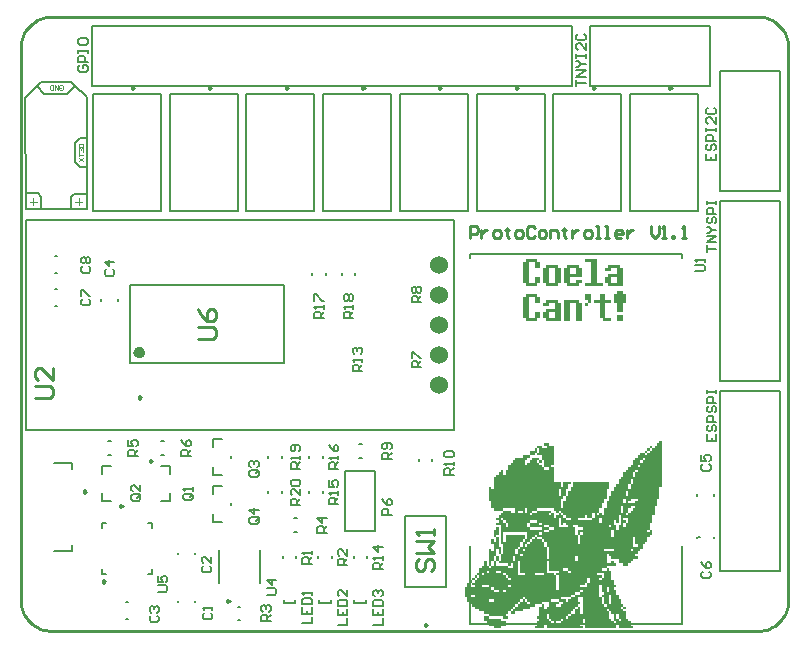
<source format=gto>
G04*
G04 #@! TF.GenerationSoftware,Altium Limited,Altium Designer,21.3.2 (30)*
G04*
G04 Layer_Color=65535*
%FSLAX25Y25*%
%MOIN*%
G70*
G04*
G04 #@! TF.SameCoordinates,4FB7CEAD-E32D-458C-9978-29DB153300B6*
G04*
G04*
G04 #@! TF.FilePolarity,Positive*
G04*
G01*
G75*
%ADD10C,0.00984*%
%ADD11C,0.00787*%
%ADD12C,0.00394*%
%ADD13C,0.01968*%
%ADD14C,0.06024*%
%ADD15C,0.00500*%
%ADD16C,0.00472*%
%ADD17C,0.00591*%
%ADD18C,0.01000*%
%ADD19C,0.00394*%
G36*
X213669Y62584D02*
Y61784D01*
Y60984D01*
Y60184D01*
Y59384D01*
Y58584D01*
Y57784D01*
Y56984D01*
Y56184D01*
Y55384D01*
Y54584D01*
Y53784D01*
Y52984D01*
Y52184D01*
Y51384D01*
Y50584D01*
Y49784D01*
Y48984D01*
Y48184D01*
X212869D01*
Y47384D01*
Y46584D01*
Y45784D01*
Y44984D01*
Y44184D01*
X212069D01*
Y43384D01*
Y42584D01*
Y41784D01*
X211269D01*
Y40984D01*
Y40184D01*
Y39384D01*
Y38584D01*
X210469D01*
Y37784D01*
Y36984D01*
Y36184D01*
X209669D01*
Y35384D01*
Y34584D01*
Y33784D01*
X210469D01*
Y32984D01*
Y32184D01*
X209669D01*
Y31384D01*
X208869D01*
Y30584D01*
Y29784D01*
X208069D01*
Y28984D01*
X207269D01*
Y28184D01*
Y27384D01*
X206469D01*
Y26584D01*
X205669D01*
Y25784D01*
X204869D01*
Y24984D01*
X205669D01*
Y24184D01*
X204069D01*
Y23384D01*
X203269D01*
Y22584D01*
X202469D01*
Y21784D01*
X200869D01*
Y22584D01*
X199269D01*
Y23384D01*
Y24184D01*
X196869D01*
Y24984D01*
X196069D01*
Y25784D01*
X195269D01*
Y24984D01*
Y24184D01*
Y23384D01*
Y22584D01*
X196869D01*
Y23384D01*
X197669D01*
Y22584D01*
X198469D01*
Y21784D01*
X195269D01*
Y20984D01*
X196069D01*
Y20184D01*
X196869D01*
Y19384D01*
Y18584D01*
Y17784D01*
Y16984D01*
X197669D01*
Y16184D01*
Y15384D01*
X198469D01*
Y14584D01*
X197669D01*
Y13784D01*
X198469D01*
Y12984D01*
Y12184D01*
X199269D01*
Y11384D01*
Y10584D01*
X200069D01*
Y9784D01*
Y8984D01*
X200869D01*
Y8184D01*
X201669D01*
Y7384D01*
X200869D01*
Y8184D01*
X200069D01*
Y7384D01*
X200869D01*
Y6584D01*
X201669D01*
Y5784D01*
Y4984D01*
Y4184D01*
X202469D01*
Y3384D01*
X203269D01*
Y2584D01*
Y1784D01*
X204069D01*
Y984D01*
X199269D01*
Y1784D01*
Y2584D01*
X198469D01*
Y3384D01*
X197669D01*
Y4184D01*
Y4984D01*
Y5784D01*
X196869D01*
Y6584D01*
X196069D01*
Y7384D01*
X195269D01*
Y6584D01*
X196069D01*
Y5784D01*
Y4984D01*
Y4184D01*
X196869D01*
Y3384D01*
X197669D01*
Y2584D01*
X198469D01*
Y1784D01*
Y984D01*
X188069D01*
Y1784D01*
Y2584D01*
Y3384D01*
Y4184D01*
X187269D01*
Y3384D01*
Y2584D01*
X186469D01*
Y1784D01*
X187269D01*
Y984D01*
X175269D01*
Y1784D01*
Y2584D01*
X174469D01*
Y1784D01*
Y984D01*
X171269D01*
Y1784D01*
X172069D01*
Y2584D01*
Y3384D01*
X172869D01*
Y4184D01*
X172069D01*
Y4984D01*
X172869D01*
Y5784D01*
Y6584D01*
Y7384D01*
Y8184D01*
X173669D01*
Y8984D01*
X171269D01*
Y8184D01*
X169669D01*
Y7384D01*
X167269D01*
Y6584D01*
X164869D01*
Y5784D01*
X163269D01*
Y6584D01*
X162469D01*
Y5784D01*
X161669D01*
Y4984D01*
X162469D01*
Y4184D01*
X160869D01*
Y4984D01*
X156069D01*
Y5784D01*
X154469D01*
Y6584D01*
X152869D01*
Y7384D01*
X151269D01*
Y8184D01*
X150469D01*
Y8984D01*
X149669D01*
Y9784D01*
X148869D01*
Y10584D01*
Y11384D01*
X148069D01*
Y12184D01*
Y12984D01*
Y13784D01*
Y14584D01*
X148869D01*
Y15384D01*
Y16184D01*
X149669D01*
Y15384D01*
Y14584D01*
X151269D01*
Y15384D01*
X150469D01*
Y16184D01*
X149669D01*
Y16984D01*
X150469D01*
Y16184D01*
X151269D01*
Y16984D01*
X150469D01*
Y17784D01*
X151269D01*
Y16984D01*
X152069D01*
Y17784D01*
X151269D01*
Y18584D01*
X152069D01*
Y17784D01*
X152869D01*
Y18584D01*
X152069D01*
Y19384D01*
X152869D01*
Y20184D01*
Y20984D01*
X153669D01*
Y21784D01*
X154469D01*
Y22584D01*
Y23384D01*
X155269D01*
Y22584D01*
Y21784D01*
X156069D01*
Y20984D01*
X156869D01*
Y21784D01*
X156069D01*
Y22584D01*
Y23384D01*
Y24184D01*
Y24984D01*
Y25784D01*
Y26584D01*
Y27384D01*
X156869D01*
Y26584D01*
X157669D01*
Y27384D01*
Y28184D01*
Y28984D01*
X156869D01*
Y29784D01*
Y30584D01*
X157669D01*
Y29784D01*
X158469D01*
Y30584D01*
Y31384D01*
X157669D01*
Y32184D01*
Y32984D01*
Y33784D01*
X158469D01*
Y34584D01*
X159269D01*
Y33784D01*
Y32984D01*
Y32184D01*
X158469D01*
Y31384D01*
X159269D01*
Y30584D01*
Y29784D01*
Y28984D01*
Y28184D01*
X160069D01*
Y27384D01*
Y26584D01*
Y25784D01*
X160869D01*
Y26584D01*
Y27384D01*
Y28184D01*
Y28984D01*
X160069D01*
Y29784D01*
Y30584D01*
Y31384D01*
Y32184D01*
Y32984D01*
Y33784D01*
Y34584D01*
Y35384D01*
X158469D01*
Y36184D01*
X159269D01*
Y36984D01*
X158469D01*
Y37784D01*
X159269D01*
Y38584D01*
X160069D01*
Y39384D01*
X160869D01*
Y40184D01*
X157669D01*
Y40984D01*
X156869D01*
Y41784D01*
Y42584D01*
Y43384D01*
X156069D01*
Y44184D01*
Y44984D01*
Y45784D01*
Y46584D01*
Y47384D01*
Y48184D01*
X156869D01*
Y47384D01*
X157669D01*
Y48184D01*
Y48984D01*
Y49784D01*
Y50584D01*
Y51384D01*
X158469D01*
Y52184D01*
X159269D01*
Y52984D01*
X160069D01*
Y53784D01*
X160869D01*
Y52984D01*
Y52184D01*
X161669D01*
Y52984D01*
Y53784D01*
X162469D01*
Y54584D01*
Y55384D01*
X163269D01*
Y56184D01*
X164069D01*
Y56984D01*
X164869D01*
Y57784D01*
X167269D01*
Y58584D01*
X169669D01*
Y57784D01*
X168869D01*
Y56984D01*
X168069D01*
Y56184D01*
Y55384D01*
X168869D01*
Y56184D01*
X169669D01*
Y56984D01*
X170469D01*
Y57784D01*
X172869D01*
Y56984D01*
X173669D01*
Y56184D01*
X172869D01*
Y56984D01*
X172069D01*
Y56184D01*
X172869D01*
Y55384D01*
X173669D01*
Y54584D01*
X174469D01*
Y53784D01*
X176069D01*
Y54584D01*
X174469D01*
Y55384D01*
Y56184D01*
Y56984D01*
X173669D01*
Y57784D01*
Y58584D01*
X172069D01*
Y59384D01*
X171269D01*
Y58584D01*
X169669D01*
Y59384D01*
Y60184D01*
X171269D01*
Y60984D01*
X172069D01*
Y60184D01*
Y59384D01*
X172869D01*
Y60184D01*
Y60984D01*
X172069D01*
Y61784D01*
X173669D01*
Y60984D01*
X175269D01*
Y61784D01*
X174469D01*
Y62584D01*
X176069D01*
Y61784D01*
X177669D01*
Y60984D01*
Y60184D01*
Y59384D01*
Y58584D01*
Y57784D01*
Y56984D01*
Y56184D01*
Y55384D01*
X176869D01*
Y54584D01*
X177669D01*
Y53784D01*
Y52984D01*
Y52184D01*
Y51384D01*
Y50584D01*
Y49784D01*
X180069D01*
Y48984D01*
Y48184D01*
X180869D01*
Y48984D01*
Y49784D01*
X183269D01*
Y48984D01*
X182469D01*
Y48184D01*
Y47384D01*
X181669D01*
Y46584D01*
Y45784D01*
Y44984D01*
X182469D01*
Y45784D01*
Y46584D01*
X183269D01*
Y47384D01*
Y48184D01*
X184069D01*
Y48984D01*
Y49784D01*
X196069D01*
Y48984D01*
Y48184D01*
Y47384D01*
X195269D01*
Y46584D01*
Y45784D01*
Y44984D01*
Y44184D01*
X194469D01*
Y43384D01*
Y42584D01*
X193669D01*
Y41784D01*
Y40984D01*
X192869D01*
Y40184D01*
Y39384D01*
X193669D01*
Y38584D01*
X194469D01*
Y39384D01*
Y40184D01*
Y40984D01*
X195269D01*
Y41784D01*
Y42584D01*
Y43384D01*
X196069D01*
Y44184D01*
Y44984D01*
X196869D01*
Y45784D01*
Y46584D01*
X197669D01*
Y47384D01*
Y48184D01*
X198469D01*
Y48984D01*
X199269D01*
Y49784D01*
Y50584D01*
X200069D01*
Y51384D01*
X200869D01*
Y52184D01*
Y52984D01*
X201669D01*
Y53784D01*
X202469D01*
Y54584D01*
X203269D01*
Y55384D01*
X204069D01*
Y56184D01*
Y56984D01*
X204869D01*
Y57784D01*
X205669D01*
Y58584D01*
X206469D01*
Y59384D01*
X208069D01*
Y58584D01*
X208869D01*
Y59384D01*
X208069D01*
Y60184D01*
X208869D01*
Y59384D01*
X209669D01*
Y60184D01*
X208869D01*
Y60984D01*
X209669D01*
Y60184D01*
X210469D01*
Y60984D01*
X209669D01*
Y61784D01*
X210469D01*
Y60984D01*
X211269D01*
Y61784D01*
X212069D01*
Y62584D01*
X212869D01*
Y63384D01*
X213669D01*
Y62584D01*
D02*
G37*
G36*
X156069Y4184D02*
X160069D01*
Y3384D01*
X161669D01*
Y2584D01*
Y1784D01*
X160069D01*
Y984D01*
X157669D01*
Y1784D01*
X156069D01*
Y2584D01*
X155269D01*
Y3384D01*
X154469D01*
Y4184D01*
Y4984D01*
X156069D01*
Y4184D01*
D02*
G37*
G36*
X172236Y123031D02*
X173228D01*
Y121062D01*
X171259D01*
Y123031D01*
X169291D01*
Y116149D01*
X171259D01*
Y118117D01*
X173228D01*
Y116149D01*
X172236D01*
Y115157D01*
X168300D01*
Y116149D01*
X167323D01*
Y123031D01*
X168300D01*
Y124022D01*
X172236D01*
Y123031D01*
D02*
G37*
G36*
X199822Y121062D02*
X200813D01*
Y115157D01*
X195885Y115157D01*
Y116149D01*
X194908D01*
Y118117D01*
X195885D01*
Y119109D01*
X198845Y119109D01*
Y121062D01*
X196877D01*
Y120071D01*
X194908Y120071D01*
Y121062D01*
X195885D01*
Y122054D01*
X199822Y122054D01*
Y121062D01*
D02*
G37*
G36*
X191948Y116149D02*
X193917D01*
Y115157D01*
X188012D01*
Y116149D01*
X189980D01*
Y123031D01*
X188012D01*
Y124022D01*
X191948D01*
Y116149D01*
D02*
G37*
G36*
X186029Y121062D02*
X187020D01*
Y118103D01*
X183084D01*
Y116149D01*
X185052D01*
Y117140D01*
X187020D01*
Y116149D01*
X186029D01*
Y115157D01*
X182092D01*
Y116149D01*
X181115D01*
Y121062D01*
X182092D01*
Y122054D01*
X186029D01*
Y121062D01*
D02*
G37*
G36*
X179133D02*
X180124D01*
Y116149D01*
X179133D01*
Y115157D01*
X175196D01*
Y116149D01*
X174219D01*
Y121062D01*
X175196D01*
Y122054D01*
X179133D01*
Y121062D01*
D02*
G37*
G36*
X189995Y109251D02*
X189003D01*
Y110243D01*
X188012D01*
Y112211D01*
X189995D01*
Y109251D01*
D02*
G37*
G36*
X172236Y111220D02*
X173228D01*
Y109251D01*
X171259D01*
Y111220D01*
X169291D01*
Y104338D01*
X171259D01*
Y106306D01*
X173228D01*
Y104338D01*
X172236D01*
Y103347D01*
X168300D01*
Y104338D01*
X167323D01*
Y111220D01*
X168300D01*
Y112211D01*
X172236D01*
Y111220D01*
D02*
G37*
G36*
X189003Y108260D02*
X188012D01*
Y109251D01*
X188989D01*
X189003Y108260D01*
D02*
G37*
G36*
X200828Y112211D02*
X201804D01*
Y109251D01*
X200828D01*
Y106292D01*
X198859D01*
Y109251D01*
X197868D01*
Y112211D01*
X198859D01*
Y113188D01*
X200828D01*
Y112211D01*
D02*
G37*
G36*
Y103347D02*
X198859D01*
Y105315D01*
X200828D01*
Y103347D01*
D02*
G37*
G36*
X194908Y110243D02*
X196877Y110243D01*
Y109251D01*
X194908Y109251D01*
Y104338D01*
X196877Y104338D01*
Y103347D01*
X193917Y103347D01*
Y104338D01*
X192940D01*
Y109251D01*
X190972D01*
Y110243D01*
X192940D01*
Y112211D01*
X194908D01*
Y110243D01*
D02*
G37*
G36*
X186029Y109251D02*
X187020D01*
Y103347D01*
X185052D01*
Y109251D01*
X183084D01*
Y103347D01*
X181115D01*
Y110243D01*
X186029D01*
Y109251D01*
D02*
G37*
G36*
X179133D02*
X180124D01*
Y103347D01*
X175196D01*
Y104338D01*
X174219D01*
Y106306D01*
X175196D01*
Y107298D01*
X178156D01*
Y109251D01*
X176188D01*
Y108260D01*
X174219D01*
Y109251D01*
X175196D01*
Y110243D01*
X179133D01*
Y109251D01*
D02*
G37*
%LPC*%
G36*
X208069Y57784D02*
X207269D01*
Y56984D01*
X208069D01*
Y57784D01*
D02*
G37*
G36*
X207269Y56984D02*
X206469D01*
Y56184D01*
X207269D01*
Y56984D01*
D02*
G37*
G36*
X206469Y55384D02*
X205669D01*
Y54584D01*
X206469D01*
Y55384D01*
D02*
G37*
G36*
X205669Y53784D02*
X204869D01*
Y52984D01*
X205669D01*
Y53784D01*
D02*
G37*
G36*
X204869Y52984D02*
X204069D01*
Y52184D01*
Y51384D01*
X204869D01*
Y52184D01*
Y52984D01*
D02*
G37*
G36*
X204069Y50584D02*
X203269D01*
Y49784D01*
Y48984D01*
X204069D01*
Y49784D01*
Y50584D01*
D02*
G37*
G36*
X203269Y48984D02*
X202469D01*
Y48184D01*
Y47384D01*
X203269D01*
Y48184D01*
Y48984D01*
D02*
G37*
G36*
X202469Y46584D02*
X201669D01*
Y45784D01*
Y44984D01*
X202469D01*
Y45784D01*
Y46584D01*
D02*
G37*
G36*
X180069Y47384D02*
X179269D01*
Y46584D01*
Y45784D01*
Y44984D01*
X180069D01*
Y45784D01*
Y46584D01*
Y47384D01*
D02*
G37*
G36*
X205669Y44184D02*
X203269D01*
Y43384D01*
X202469D01*
Y42584D01*
X204869D01*
Y43384D01*
X205669D01*
Y44184D01*
D02*
G37*
G36*
X201669D02*
X200869D01*
Y43384D01*
Y42584D01*
X201669D01*
Y43384D01*
Y44184D01*
D02*
G37*
G36*
X181669Y44984D02*
X180869D01*
Y44184D01*
X180069D01*
Y43384D01*
Y42584D01*
Y41784D01*
Y40984D01*
X180869D01*
Y41784D01*
Y42584D01*
Y43384D01*
X181669D01*
Y44184D01*
Y44984D01*
D02*
G37*
G36*
X204869Y41784D02*
X203269D01*
Y40984D01*
X202469D01*
Y40184D01*
Y39384D01*
X203269D01*
Y40184D01*
X204069D01*
Y40984D01*
X204869D01*
Y41784D01*
D02*
G37*
G36*
X200869D02*
X200069D01*
Y40984D01*
Y40184D01*
Y39384D01*
X200869D01*
Y40184D01*
Y40984D01*
Y41784D01*
D02*
G37*
G36*
X172069Y40184D02*
X170469D01*
Y39384D01*
X172069D01*
Y40184D01*
D02*
G37*
G36*
X168869Y40984D02*
X168069D01*
Y40184D01*
Y39384D01*
X168869D01*
Y40184D01*
Y40984D01*
D02*
G37*
G36*
X167269Y40184D02*
X165669D01*
Y39384D01*
X167269D01*
Y40184D01*
D02*
G37*
G36*
X164869Y40984D02*
X160869D01*
Y40184D01*
X163269D01*
Y39384D01*
X164869D01*
Y40184D01*
Y40984D01*
D02*
G37*
G36*
X202469Y39384D02*
X201669D01*
Y38584D01*
X202469D01*
Y39384D01*
D02*
G37*
G36*
X192869D02*
X192069D01*
Y38584D01*
X192869D01*
Y39384D01*
D02*
G37*
G36*
X176869D02*
X176069D01*
Y38584D01*
X176869D01*
Y39384D01*
D02*
G37*
G36*
X170469D02*
X169669D01*
Y38584D01*
X170469D01*
Y39384D01*
D02*
G37*
G36*
X191269D02*
X190469D01*
Y38584D01*
Y37784D01*
X191269D01*
Y38584D01*
Y39384D01*
D02*
G37*
G36*
X177669Y40984D02*
X172069D01*
Y40184D01*
X176869D01*
Y39384D01*
X177669D01*
Y38584D01*
Y37784D01*
X178469D01*
Y38584D01*
X179269D01*
Y39384D01*
X178469D01*
Y40184D01*
X177669D01*
Y40984D01*
D02*
G37*
G36*
X188869Y38584D02*
X188069D01*
Y37784D01*
X185669D01*
Y36984D01*
X190469D01*
Y37784D01*
X188869D01*
Y38584D01*
D02*
G37*
G36*
X180069Y40184D02*
X179269D01*
Y39384D01*
X180069D01*
Y38584D01*
X180869D01*
Y37784D01*
X181669D01*
Y36984D01*
X183269D01*
Y37784D01*
X181669D01*
Y38584D01*
X180869D01*
Y39384D01*
X180069D01*
Y40184D01*
D02*
G37*
G36*
X202469Y37784D02*
X200869D01*
Y36984D01*
X201669D01*
Y36184D01*
X202469D01*
Y36984D01*
Y37784D01*
D02*
G37*
G36*
X200069Y38584D02*
X199269D01*
Y37784D01*
Y36984D01*
Y36184D01*
X198469D01*
Y36984D01*
X197669D01*
Y36184D01*
Y35384D01*
X198469D01*
Y34584D01*
Y33784D01*
X199269D01*
Y34584D01*
Y35384D01*
X200069D01*
Y36184D01*
Y36984D01*
Y37784D01*
Y38584D01*
D02*
G37*
G36*
X193669Y37784D02*
X192869D01*
Y36984D01*
Y36184D01*
X193669D01*
Y36984D01*
Y37784D01*
D02*
G37*
G36*
X172069Y36984D02*
X169669D01*
Y36184D01*
X172069D01*
Y36984D01*
D02*
G37*
G36*
X173669Y36184D02*
X172869D01*
Y35384D01*
X173669D01*
Y36184D01*
D02*
G37*
G36*
X201669D02*
X200869D01*
Y35384D01*
Y34584D01*
X201669D01*
Y35384D01*
Y36184D01*
D02*
G37*
G36*
X196869Y35384D02*
X196069D01*
Y34584D01*
X196869D01*
Y35384D01*
D02*
G37*
G36*
X180069Y37784D02*
X179269D01*
Y36984D01*
Y36184D01*
Y35384D01*
Y34584D01*
X182469D01*
Y35384D01*
X181669D01*
Y36184D01*
X180869D01*
Y35384D01*
X180069D01*
Y36184D01*
Y36984D01*
Y37784D01*
D02*
G37*
G36*
X160869D02*
X160069D01*
Y36984D01*
X160869D01*
Y36184D01*
X161669D01*
Y35384D01*
Y34584D01*
X162469D01*
Y35384D01*
Y36184D01*
X161669D01*
Y36984D01*
X160869D01*
Y37784D01*
D02*
G37*
G36*
X176069Y35384D02*
X174469D01*
Y34584D01*
X176069D01*
Y33784D01*
X177669D01*
Y34584D01*
X176069D01*
Y35384D01*
D02*
G37*
G36*
X169669Y36184D02*
X168869D01*
Y35384D01*
Y34584D01*
X169669D01*
Y33784D01*
X173669D01*
Y34584D01*
X169669D01*
Y35384D01*
Y36184D01*
D02*
G37*
G36*
X209669Y33784D02*
X208869D01*
Y32984D01*
X209669D01*
Y33784D01*
D02*
G37*
G36*
X176069D02*
X174469D01*
Y32984D01*
X176069D01*
Y33784D01*
D02*
G37*
G36*
X187269Y32984D02*
X186469D01*
Y32184D01*
X187269D01*
Y32984D01*
D02*
G37*
G36*
X173669D02*
X172869D01*
Y32184D01*
X173669D01*
Y32984D01*
D02*
G37*
G36*
X197669Y33784D02*
X196869D01*
Y32984D01*
Y32184D01*
Y31384D01*
X197669D01*
Y32184D01*
Y32984D01*
Y33784D01*
D02*
G37*
G36*
X171269Y31384D02*
X170469D01*
Y30584D01*
X171269D01*
Y31384D01*
D02*
G37*
G36*
X168869Y32984D02*
X160869D01*
Y32184D01*
Y31384D01*
Y30584D01*
Y29784D01*
X161669D01*
Y30584D01*
Y31384D01*
Y32184D01*
X168069D01*
Y31384D01*
Y30584D01*
X168869D01*
Y31384D01*
Y32184D01*
Y32984D01*
D02*
G37*
G36*
X170469Y30584D02*
X169669D01*
Y29784D01*
X170469D01*
Y30584D01*
D02*
G37*
G36*
X168069D02*
X167269D01*
Y29784D01*
X168069D01*
Y30584D01*
D02*
G37*
G36*
X185669Y35384D02*
X184069D01*
Y34584D01*
X184869D01*
Y33784D01*
Y32984D01*
Y32184D01*
X185669D01*
Y31384D01*
Y30584D01*
Y29784D01*
Y28984D01*
X186469D01*
Y29784D01*
Y30584D01*
Y31384D01*
Y32184D01*
X185669D01*
Y32984D01*
Y33784D01*
X187269D01*
Y34584D01*
X185669D01*
Y35384D01*
D02*
G37*
G36*
X169669Y29784D02*
X168869D01*
Y28984D01*
X169669D01*
Y29784D01*
D02*
G37*
G36*
X204869Y31384D02*
X204069D01*
Y30584D01*
Y29784D01*
Y28984D01*
Y28184D01*
X205669D01*
Y28984D01*
X204869D01*
Y29784D01*
Y30584D01*
Y31384D01*
D02*
G37*
G36*
X168869Y28984D02*
X168069D01*
Y28184D01*
X168869D01*
Y28984D01*
D02*
G37*
G36*
X167269Y29784D02*
X166469D01*
Y28984D01*
Y28184D01*
X167269D01*
Y28984D01*
Y29784D01*
D02*
G37*
G36*
X166469Y28184D02*
X165669D01*
Y27384D01*
X166469D01*
Y28184D01*
D02*
G37*
G36*
X204069Y27384D02*
X203269D01*
Y26584D01*
X204069D01*
Y27384D01*
D02*
G37*
G36*
X197669D02*
X194469D01*
Y26584D01*
X197669D01*
Y27384D01*
D02*
G37*
G36*
X168069D02*
X167269D01*
Y26584D01*
X168069D01*
Y27384D01*
D02*
G37*
G36*
X165669D02*
X164869D01*
Y26584D01*
Y25784D01*
X165669D01*
Y26584D01*
Y27384D01*
D02*
G37*
G36*
X167269Y25784D02*
X166469D01*
Y24984D01*
X167269D01*
Y25784D01*
D02*
G37*
G36*
X172069Y32184D02*
X171269D01*
Y31384D01*
X172069D01*
Y30584D01*
X173669D01*
Y29784D01*
X174469D01*
Y28984D01*
Y28184D01*
X175269D01*
Y27384D01*
Y26584D01*
Y25784D01*
Y24984D01*
Y24184D01*
X176069D01*
Y24984D01*
Y25784D01*
Y26584D01*
Y27384D01*
Y28184D01*
X175269D01*
Y28984D01*
Y29784D01*
X174469D01*
Y30584D01*
X173669D01*
Y31384D01*
X172069D01*
Y32184D01*
D02*
G37*
G36*
X185669Y24984D02*
X184869D01*
Y24184D01*
Y23384D01*
X185669D01*
Y24184D01*
Y24984D01*
D02*
G37*
G36*
X164869D02*
X164069D01*
Y24184D01*
Y23384D01*
X164869D01*
Y24184D01*
Y24984D01*
D02*
G37*
G36*
X159269Y27384D02*
X158469D01*
Y26584D01*
Y25784D01*
Y24984D01*
X159269D01*
Y24184D01*
Y23384D01*
X160069D01*
Y24184D01*
Y24984D01*
Y25784D01*
X159269D01*
Y26584D01*
Y27384D01*
D02*
G37*
G36*
X157669Y23384D02*
X156869D01*
Y22584D01*
Y21784D01*
X157669D01*
Y22584D01*
Y23384D01*
D02*
G37*
G36*
X158469Y24984D02*
X157669D01*
Y24184D01*
Y23384D01*
X158469D01*
Y22584D01*
Y21784D01*
X162469D01*
Y20984D01*
X164069D01*
Y21784D01*
Y22584D01*
X163269D01*
Y21784D01*
X162469D01*
Y22584D01*
X159269D01*
Y23384D01*
X158469D01*
Y24184D01*
Y24984D01*
D02*
G37*
G36*
X195269Y20984D02*
X193669D01*
Y20184D01*
X195269D01*
Y20984D01*
D02*
G37*
G36*
X182469D02*
X180869D01*
Y20184D01*
X182469D01*
Y19384D01*
X183269D01*
Y20184D01*
X182469D01*
Y20984D01*
D02*
G37*
G36*
X160069Y20184D02*
X158469D01*
Y19384D01*
X160069D01*
Y20184D01*
D02*
G37*
G36*
X156069D02*
X155269D01*
Y19384D01*
X156069D01*
Y20184D01*
D02*
G37*
G36*
X174469Y19384D02*
X171269D01*
Y18584D01*
X174469D01*
Y19384D01*
D02*
G37*
G36*
X166469Y23384D02*
X165669D01*
Y22584D01*
Y21784D01*
Y20984D01*
Y20184D01*
Y19384D01*
Y18584D01*
X168069D01*
Y19384D01*
X166469D01*
Y20184D01*
Y20984D01*
Y21784D01*
Y22584D01*
Y23384D01*
D02*
G37*
G36*
X154469Y19384D02*
X153669D01*
Y18584D01*
X154469D01*
Y19384D01*
D02*
G37*
G36*
X194469D02*
X192069D01*
Y18584D01*
X193669D01*
Y17784D01*
X194469D01*
Y18584D01*
Y19384D01*
D02*
G37*
G36*
X193669Y17784D02*
X192869D01*
Y16984D01*
X193669D01*
Y17784D01*
D02*
G37*
G36*
X161669Y19384D02*
X160869D01*
Y18584D01*
X161669D01*
Y17784D01*
X162469D01*
Y16984D01*
X163269D01*
Y17784D01*
X162469D01*
Y18584D01*
X161669D01*
Y19384D01*
D02*
G37*
G36*
X189669Y17784D02*
X188869D01*
Y16984D01*
Y16184D01*
X189669D01*
Y16984D01*
Y17784D01*
D02*
G37*
G36*
X188869Y16184D02*
X188069D01*
Y15384D01*
X186469D01*
Y14584D01*
X188869D01*
Y15384D01*
Y16184D01*
D02*
G37*
G36*
X163269Y15384D02*
X162469D01*
Y14584D01*
X163269D01*
Y15384D01*
D02*
G37*
G36*
X156069D02*
X153669D01*
Y14584D01*
X156069D01*
Y15384D01*
D02*
G37*
G36*
X176069Y23384D02*
X175269D01*
Y22584D01*
Y21784D01*
Y20984D01*
Y20184D01*
Y19384D01*
X177669D01*
Y18584D01*
X178469D01*
Y17784D01*
Y16984D01*
Y16184D01*
Y15384D01*
Y14584D01*
Y13784D01*
X179269D01*
Y14584D01*
Y15384D01*
Y16184D01*
Y16984D01*
Y17784D01*
Y18584D01*
X178469D01*
Y19384D01*
X179269D01*
Y20184D01*
X176069D01*
Y20984D01*
Y21784D01*
Y22584D01*
Y23384D01*
D02*
G37*
G36*
X196069Y14584D02*
X195269D01*
Y13784D01*
Y12984D01*
X196069D01*
Y13784D01*
Y14584D01*
D02*
G37*
G36*
X187269Y13784D02*
X186469D01*
Y12984D01*
X187269D01*
Y13784D01*
D02*
G37*
G36*
X161669D02*
X160869D01*
Y12984D01*
X161669D01*
Y13784D01*
D02*
G37*
G36*
X157669Y14584D02*
X156869D01*
Y13784D01*
X157669D01*
Y12984D01*
X159269D01*
Y13784D01*
X157669D01*
Y14584D01*
D02*
G37*
G36*
X186469Y12984D02*
X184869D01*
Y12184D01*
X186469D01*
Y12984D01*
D02*
G37*
G36*
X184869Y12184D02*
X183269D01*
Y11384D01*
X184869D01*
Y12184D01*
D02*
G37*
G36*
X151269D02*
X149669D01*
Y11384D01*
X151269D01*
Y12184D01*
D02*
G37*
G36*
X183269Y11384D02*
X180069D01*
Y10584D01*
X181669D01*
Y9784D01*
X182469D01*
Y10584D01*
X183269D01*
Y11384D01*
D02*
G37*
G36*
X167269Y10584D02*
X166469D01*
Y9784D01*
X167269D01*
Y10584D01*
D02*
G37*
G36*
X157669D02*
X156069D01*
Y9784D01*
X157669D01*
Y10584D01*
D02*
G37*
G36*
X196869Y12184D02*
X196069D01*
Y11384D01*
Y10584D01*
Y9784D01*
Y8984D01*
X196869D01*
Y9784D01*
Y10584D01*
Y11384D01*
Y12184D01*
D02*
G37*
G36*
X168069Y11384D02*
X167269D01*
Y10584D01*
X168069D01*
Y9784D01*
X168869D01*
Y8984D01*
X169669D01*
Y9784D01*
X168869D01*
Y10584D01*
X168069D01*
Y11384D01*
D02*
G37*
G36*
X166469Y9784D02*
X165669D01*
Y8984D01*
X166469D01*
Y9784D01*
D02*
G37*
G36*
X193669Y15384D02*
X192869D01*
Y14584D01*
Y13784D01*
Y12984D01*
Y12184D01*
Y11384D01*
X193669D01*
Y10584D01*
Y9784D01*
Y8984D01*
X194469D01*
Y8184D01*
X195269D01*
Y8984D01*
X194469D01*
Y9784D01*
Y10584D01*
Y11384D01*
X193669D01*
Y12184D01*
X194469D01*
Y12984D01*
X193669D01*
Y13784D01*
Y14584D01*
Y15384D01*
D02*
G37*
G36*
X179269Y10584D02*
X176869D01*
Y9784D01*
X179269D01*
Y8984D01*
X178469D01*
Y8184D01*
X180069D01*
Y8984D01*
X180869D01*
Y9784D01*
X179269D01*
Y10584D01*
D02*
G37*
G36*
X165669Y8984D02*
X164869D01*
Y8184D01*
X165669D01*
Y8984D01*
D02*
G37*
G36*
X185669Y8184D02*
X184869D01*
Y7384D01*
X185669D01*
Y8184D01*
D02*
G37*
G36*
X176069Y9784D02*
X173669D01*
Y8984D01*
X174469D01*
Y8184D01*
Y7384D01*
X175269D01*
Y8184D01*
X176069D01*
Y8984D01*
Y9784D01*
D02*
G37*
G36*
X164869Y8184D02*
X164069D01*
Y7384D01*
X164869D01*
Y8184D01*
D02*
G37*
G36*
X164069Y7384D02*
X163269D01*
Y6584D01*
X164069D01*
Y7384D01*
D02*
G37*
G36*
X187269Y11384D02*
X185669D01*
Y10584D01*
Y9784D01*
X186469D01*
Y8984D01*
X185669D01*
Y8184D01*
X186469D01*
Y7384D01*
Y6584D01*
Y5784D01*
X187269D01*
Y6584D01*
Y7384D01*
Y8184D01*
Y8984D01*
Y9784D01*
Y10584D01*
Y11384D01*
D02*
G37*
G36*
X184869Y7384D02*
X184069D01*
Y6584D01*
X183269D01*
Y5784D01*
X184869D01*
Y6584D01*
Y7384D01*
D02*
G37*
G36*
X183269Y5784D02*
X182469D01*
Y4984D01*
X183269D01*
Y5784D01*
D02*
G37*
G36*
X182469Y4984D02*
X181669D01*
Y4184D01*
X182469D01*
Y4984D01*
D02*
G37*
G36*
X199269Y5784D02*
X198469D01*
Y4984D01*
Y4184D01*
X199269D01*
Y3384D01*
X200069D01*
Y4184D01*
X199269D01*
Y4984D01*
Y5784D01*
D02*
G37*
G36*
X180869Y4184D02*
X180069D01*
Y3384D01*
X180869D01*
Y4184D01*
D02*
G37*
G36*
X180069Y3384D02*
X178469D01*
Y2584D01*
X180069D01*
Y3384D01*
D02*
G37*
G36*
X176069Y5784D02*
X175269D01*
Y4984D01*
Y4184D01*
X176069D01*
Y3384D01*
X176869D01*
Y2584D01*
X177669D01*
Y3384D01*
X176869D01*
Y4184D01*
X176069D01*
Y4984D01*
Y5784D01*
D02*
G37*
G36*
X198845Y118117D02*
X196877D01*
Y116149D01*
X198845D01*
Y118117D01*
D02*
G37*
G36*
X185052Y121062D02*
X183084D01*
Y119094D01*
X185052D01*
Y121062D01*
D02*
G37*
G36*
X178156D02*
X176188D01*
Y116149D01*
X178156D01*
Y121062D01*
D02*
G37*
G36*
Y106306D02*
X176188D01*
Y104338D01*
X178156D01*
Y106306D01*
D02*
G37*
%LPD*%
D10*
X21752Y46457D02*
X21014Y46883D01*
Y46031D01*
X21752Y46457D01*
X135335Y1988D02*
X134597Y2414D01*
Y1562D01*
X135335Y1988D01*
X216968Y181043D02*
X216230Y181470D01*
Y180617D01*
X216968Y181043D01*
X191378Y181043D02*
X190640Y181469D01*
Y180617D01*
X191378Y181043D01*
X165787D02*
X165049Y181469D01*
Y180617D01*
X165787Y181043D01*
X43799Y56693D02*
X43061Y57119D01*
Y56267D01*
X43799Y56693D01*
X69587Y10023D02*
X68848Y10449D01*
Y9597D01*
X69587Y10023D01*
X33957Y41732D02*
X33219Y42158D01*
Y41306D01*
X33957Y41732D01*
X28051Y16535D02*
X27313Y16962D01*
Y16109D01*
X28051Y16535D01*
X40000Y77854D02*
X39262Y78281D01*
Y77428D01*
X40000Y77854D01*
X37835Y181043D02*
X37096Y181469D01*
Y180617D01*
X37835Y181043D01*
X63425D02*
X62687Y181469D01*
Y180617D01*
X63425Y181043D01*
X89016D02*
X88278Y181469D01*
Y180617D01*
X89016Y181043D01*
X114606D02*
X113868Y181469D01*
Y180617D01*
X114606Y181043D01*
X140197D02*
X139459Y181469D01*
Y180617D01*
X140197Y181043D01*
D11*
X226378Y31339D02*
X225590D01*
X226378D01*
X17126Y26575D02*
Y28740D01*
X11220Y26575D02*
X17126D01*
X11220Y56102D02*
X17126D01*
Y53937D02*
Y56102D01*
X69921Y57776D02*
Y58366D01*
X63937Y64055D02*
X67028D01*
X63937Y52087D02*
Y54626D01*
Y61516D02*
Y64055D01*
Y52087D02*
X67028D01*
X111516Y118701D02*
Y119488D01*
X106988Y118701D02*
Y119488D01*
X127953Y14764D02*
Y38386D01*
Y14764D02*
X141732D01*
X127953Y38386D02*
X141732D01*
Y14764D02*
Y38386D01*
X82382Y57677D02*
Y58465D01*
X86909Y57677D02*
Y58465D01*
X82382Y45866D02*
Y46654D01*
X86909Y45866D02*
Y46654D01*
X11516Y119193D02*
X12106D01*
X11516Y124902D02*
X12106D01*
X11516Y108366D02*
X12106D01*
X11516Y114075D02*
X12106D01*
X225787Y139961D02*
Y178937D01*
X203150Y139961D02*
X225787D01*
X203150D02*
Y178937D01*
X225787D01*
X23898Y201850D02*
X183898D01*
X23898Y181850D02*
X183898D01*
Y201850D01*
X23898Y181850D02*
Y201850D01*
X225492Y44980D02*
Y45571D01*
X231201Y44980D02*
Y45571D01*
X91142Y37697D02*
X91929D01*
X91142Y33169D02*
X91929D01*
X97146Y118701D02*
Y119488D01*
X101673Y118701D02*
Y119488D01*
X112795Y62303D02*
X113583D01*
X112795Y57776D02*
X113583D01*
X108189Y53386D02*
X118189D01*
Y33386D02*
Y53386D01*
X108189Y33386D02*
X118189D01*
X108189D02*
Y53386D01*
X225492Y30906D02*
Y31496D01*
X231201Y30906D02*
Y31496D01*
X96161Y45866D02*
Y46654D01*
X100689Y45866D02*
Y46654D01*
X110925Y24213D02*
Y25000D01*
X115453Y24213D02*
Y25000D01*
X99114Y24213D02*
Y25000D01*
X103642Y24213D02*
Y25000D01*
X87303Y24213D02*
Y25000D01*
X91831Y24213D02*
Y25000D01*
X63937Y36339D02*
X67028D01*
X63937Y45768D02*
Y48307D01*
Y36339D02*
Y38878D01*
Y48307D02*
X67028D01*
X69921Y42028D02*
Y42618D01*
X72441Y8169D02*
X73228D01*
X72441Y3642D02*
X73228D01*
X46850Y58760D02*
X47638D01*
X46850Y63287D02*
X47638D01*
X29134Y58760D02*
X29921D01*
X29134Y63287D02*
X29921D01*
X96161Y57677D02*
Y58465D01*
X100689Y57677D02*
Y58465D01*
X253032Y146575D02*
Y186575D01*
X233032Y146575D02*
Y186575D01*
Y146575D02*
X253032D01*
X233032Y186575D02*
X253032D01*
X189724Y201850D02*
X229724D01*
X189724Y181850D02*
X229724D01*
Y201850D01*
X189724Y181850D02*
Y201850D01*
X5413Y181594D02*
X7874Y179134D01*
X17717Y145669D02*
X21949D01*
X16732Y144685D02*
X17717Y145669D01*
X16732Y140748D02*
Y144685D01*
X6890Y140748D02*
Y144685D01*
X5709Y145866D02*
X6890Y144685D01*
X1772Y145866D02*
X5709D01*
X1654Y140650D02*
X22112D01*
X21924Y177879D02*
X22112Y140650D01*
X16732Y183071D02*
X21924Y177879D01*
X6890Y183071D02*
X16732D01*
X1467Y177649D02*
X6890Y183071D01*
X1467Y177649D02*
X1654Y140650D01*
X18012Y156201D02*
X19685Y154528D01*
X21850D01*
X18012Y156201D02*
Y162697D01*
X19685Y164370D01*
X21850D01*
X7874Y179134D02*
X15502D01*
X17963Y181594D01*
X18209D01*
X19685Y180118D01*
X200197Y139961D02*
Y178937D01*
X177559Y139961D02*
X200197D01*
X177559D02*
Y178937D01*
X200197D01*
X174606Y139961D02*
Y178937D01*
X151969Y139961D02*
X174606D01*
X151969D02*
Y178937D01*
X174606D01*
X49803Y43465D02*
Y46063D01*
X46594Y43465D02*
X49803D01*
Y52362D02*
Y54961D01*
X46594D02*
X49803D01*
X79724Y16142D02*
Y27165D01*
X65945Y16142D02*
Y27165D01*
X52264Y25591D02*
Y26181D01*
X57972Y25591D02*
Y26181D01*
X35138Y4035D02*
X35728D01*
X35138Y9744D02*
X35728D01*
X111221Y9252D02*
Y10433D01*
X115158Y9252D02*
Y10433D01*
X111221Y9252D02*
X115158D01*
X99410D02*
Y10433D01*
X103347Y9252D02*
Y10433D01*
X99410Y9252D02*
X103347D01*
X87598D02*
Y10433D01*
X91535Y9252D02*
Y10433D01*
X87598Y9252D02*
X91535D01*
X26969Y52362D02*
Y54961D01*
X30177D01*
X26969Y43465D02*
Y46063D01*
Y43465D02*
X30177D01*
X26969Y19094D02*
X28543D01*
X26969D02*
Y20669D01*
Y34449D02*
Y36024D01*
X28543D01*
X42323D02*
X43898D01*
Y34449D02*
Y36024D01*
X42323Y19094D02*
X43898D01*
Y20669D01*
X52264Y9547D02*
Y10138D01*
X57972Y9547D02*
Y10138D01*
X233189Y20118D02*
X253189D01*
X233189D02*
Y80118D01*
X253189D01*
Y20118D02*
Y80118D01*
X233032Y83268D02*
X253032D01*
X233032D02*
Y143268D01*
X253032D01*
Y83268D02*
Y143268D01*
X26673Y109941D02*
Y110532D01*
X32382Y109941D02*
Y110532D01*
X36417Y89469D02*
Y115256D01*
X87598D01*
Y89469D02*
Y115256D01*
X36417Y89469D02*
X87598D01*
X46654Y139961D02*
Y178937D01*
X24016Y139961D02*
X46654D01*
X24016D02*
Y178937D01*
X46654D01*
X132579Y56693D02*
Y57480D01*
X137106Y56693D02*
Y57480D01*
X49606Y178937D02*
X72244D01*
X49606Y139961D02*
Y178937D01*
Y139961D02*
X72244D01*
Y178937D01*
X75197D02*
X97835D01*
X75197Y139961D02*
Y178937D01*
Y139961D02*
X97835D01*
Y178937D01*
X100787D02*
X123425D01*
X100787Y139961D02*
Y178937D01*
Y139961D02*
X123425D01*
Y178937D01*
X126378D02*
X149016D01*
X126378Y139961D02*
Y178937D01*
Y139961D02*
X149016D01*
Y178937D01*
D12*
X117744Y118705D02*
D03*
Y97051D02*
D03*
X109028Y84051D02*
D03*
D13*
X40453Y92716D02*
X39961Y93569D01*
X38976D01*
X38484Y92716D01*
X38976Y91864D01*
X39961D01*
X40453Y92716D01*
D14*
X139528Y121890D02*
D03*
Y111890D02*
D03*
Y101890D02*
D03*
Y91890D02*
D03*
Y81890D02*
D03*
D15*
X144528Y66890D02*
Y136890D01*
X1772D02*
X144528D01*
X1772Y66890D02*
X144528D01*
X1772D02*
Y136890D01*
X220472Y2205D02*
Y28465D01*
X149606Y2205D02*
X220472D01*
X149606D02*
Y28465D01*
X220472Y124488D02*
Y125827D01*
X149606D02*
X220472D01*
X149606Y124488D02*
Y125827D01*
D16*
X4134Y141929D02*
Y144291D01*
X2953Y143110D02*
X5315D01*
X18209D02*
X20571D01*
X19390Y141929D02*
Y144291D01*
D17*
X185237Y181693D02*
Y183792D01*
Y182743D01*
X188386D01*
Y184842D02*
X185237D01*
X188386Y186941D01*
X185237D01*
Y187990D02*
X185762D01*
X186811Y189040D01*
X185762Y190089D01*
X185237D01*
X186811Y189040D02*
X188386D01*
X185237Y191139D02*
Y192188D01*
Y191664D01*
X188386D01*
Y191139D01*
Y192188D01*
Y195862D02*
Y193763D01*
X186287Y195862D01*
X185762D01*
X185237Y195337D01*
Y194287D01*
X185762Y193763D01*
Y199010D02*
X185237Y198485D01*
Y197436D01*
X185762Y196911D01*
X187861D01*
X188386Y197436D01*
Y198485D01*
X187861Y199010D01*
X228544Y159186D02*
Y157087D01*
X231693D01*
Y159186D01*
X230119Y157087D02*
Y158136D01*
X229069Y162334D02*
X228544Y161810D01*
Y160760D01*
X229069Y160235D01*
X229594D01*
X230119Y160760D01*
Y161810D01*
X230643Y162334D01*
X231168D01*
X231693Y161810D01*
Y160760D01*
X231168Y160235D01*
X231693Y163384D02*
X228544D01*
Y164958D01*
X229069Y165483D01*
X230119D01*
X230643Y164958D01*
Y163384D01*
X228544Y166532D02*
Y167582D01*
Y167057D01*
X231693D01*
Y166532D01*
Y167582D01*
Y171255D02*
Y169156D01*
X229594Y171255D01*
X229069D01*
X228544Y170730D01*
Y169681D01*
X229069Y169156D01*
Y174404D02*
X228544Y173879D01*
Y172830D01*
X229069Y172305D01*
X231168D01*
X231693Y172830D01*
Y173879D01*
X231168Y174404D01*
X93110Y42062D02*
X89961D01*
Y43636D01*
X90486Y44161D01*
X91535D01*
X92060Y43636D01*
Y42062D01*
Y43111D02*
X93110Y44161D01*
Y47309D02*
Y45210D01*
X91011Y47309D01*
X90486D01*
X89961Y46785D01*
Y45735D01*
X90486Y45210D01*
Y48359D02*
X89961Y48884D01*
Y49933D01*
X90486Y50458D01*
X92585D01*
X93110Y49933D01*
Y48884D01*
X92585Y48359D01*
X90486D01*
X93110Y54135D02*
X89961D01*
Y55709D01*
X90486Y56234D01*
X91535D01*
X92060Y55709D01*
Y54135D01*
Y55185D02*
X93110Y56234D01*
Y57284D02*
Y58333D01*
Y57809D01*
X89961D01*
X90486Y57284D01*
X92585Y59908D02*
X93110Y60432D01*
Y61482D01*
X92585Y62007D01*
X90486D01*
X89961Y61482D01*
Y60432D01*
X90486Y59908D01*
X91011D01*
X91535Y60432D01*
Y62007D01*
X20604Y121522D02*
X20079Y120998D01*
Y119948D01*
X20604Y119423D01*
X22703D01*
X23228Y119948D01*
Y120998D01*
X22703Y121522D01*
X20604Y122572D02*
X20079Y123097D01*
Y124146D01*
X20604Y124671D01*
X21129D01*
X21654Y124146D01*
X22178Y124671D01*
X22703D01*
X23228Y124146D01*
Y123097D01*
X22703Y122572D01*
X22178D01*
X21654Y123097D01*
X21129Y122572D01*
X20604D01*
X21654Y123097D02*
Y124146D01*
X20604Y110696D02*
X20079Y110171D01*
Y109121D01*
X20604Y108597D01*
X22703D01*
X23228Y109121D01*
Y110171D01*
X22703Y110696D01*
X20079Y111745D02*
Y113844D01*
X20604D01*
X22703Y111745D01*
X23228D01*
X110826Y104332D02*
X107678D01*
Y105906D01*
X108202Y106431D01*
X109252D01*
X109777Y105906D01*
Y104332D01*
Y105382D02*
X110826Y106431D01*
Y107481D02*
Y108530D01*
Y108005D01*
X107678D01*
X108202Y107481D01*
Y110104D02*
X107678Y110629D01*
Y111679D01*
X108202Y112204D01*
X108727D01*
X109252Y111679D01*
X109777Y112204D01*
X110301D01*
X110826Y111679D01*
Y110629D01*
X110301Y110104D01*
X109777D01*
X109252Y110629D01*
X108727Y110104D01*
X108202D01*
X109252Y110629D02*
Y111679D01*
X100984Y104332D02*
X97835D01*
Y105906D01*
X98360Y106431D01*
X99409D01*
X99934Y105906D01*
Y104332D01*
Y105382D02*
X100984Y106431D01*
Y107481D02*
Y108530D01*
Y108005D01*
X97835D01*
X98360Y107481D01*
X97835Y110104D02*
Y112204D01*
X98360D01*
X100459Y110104D01*
X100984D01*
X45670Y13124D02*
X48294D01*
X48818Y13649D01*
Y14698D01*
X48294Y15223D01*
X45670D01*
Y18372D02*
Y16273D01*
X47244D01*
X46719Y17322D01*
Y17847D01*
X47244Y18372D01*
X48294D01*
X48818Y17847D01*
Y16798D01*
X48294Y16273D01*
X82087Y12140D02*
X84711D01*
X85236Y12665D01*
Y13714D01*
X84711Y14239D01*
X82087D01*
X85236Y16863D02*
X82087D01*
X83661Y15289D01*
Y17388D01*
X224804Y119948D02*
X227428D01*
X227952Y120473D01*
Y121522D01*
X227428Y122047D01*
X224804D01*
X227952Y123097D02*
Y124146D01*
Y123621D01*
X224804D01*
X225328Y123097D01*
X105905Y54135D02*
X102756D01*
Y55709D01*
X103281Y56234D01*
X104331D01*
X104856Y55709D01*
Y54135D01*
Y55185D02*
X105905Y56234D01*
Y57284D02*
Y58333D01*
Y57809D01*
X102756D01*
X103281Y57284D01*
X102756Y62007D02*
X103281Y60957D01*
X104331Y59908D01*
X105380D01*
X105905Y60432D01*
Y61482D01*
X105380Y62007D01*
X104856D01*
X104331Y61482D01*
Y59908D01*
X105905Y42324D02*
X102756D01*
Y43898D01*
X103281Y44423D01*
X104331D01*
X104856Y43898D01*
Y42324D01*
Y43374D02*
X105905Y44423D01*
Y45473D02*
Y46522D01*
Y45998D01*
X102756D01*
X103281Y45473D01*
X102756Y50196D02*
Y48096D01*
X104331D01*
X103806Y49146D01*
Y49671D01*
X104331Y50196D01*
X105380D01*
X105905Y49671D01*
Y48621D01*
X105380Y48096D01*
X120669Y20671D02*
X117520D01*
Y22245D01*
X118045Y22770D01*
X119095D01*
X119619Y22245D01*
Y20671D01*
Y21720D02*
X120669Y22770D01*
Y23819D02*
Y24869D01*
Y24344D01*
X117520D01*
X118045Y23819D01*
X120669Y28017D02*
X117520D01*
X119095Y26443D01*
Y28542D01*
X113779Y86615D02*
X110630D01*
Y88190D01*
X111155Y88714D01*
X112205D01*
X112730Y88190D01*
Y86615D01*
Y87665D02*
X113779Y88714D01*
Y89764D02*
Y90814D01*
Y90289D01*
X110630D01*
X111155Y89764D01*
Y92388D02*
X110630Y92913D01*
Y93962D01*
X111155Y94487D01*
X111680D01*
X112205Y93962D01*
Y93437D01*
Y93962D01*
X112730Y94487D01*
X113254D01*
X113779Y93962D01*
Y92913D01*
X113254Y92388D01*
X144291Y52167D02*
X141142D01*
Y53741D01*
X141667Y54266D01*
X142717D01*
X143241Y53741D01*
Y52167D01*
Y53216D02*
X144291Y54266D01*
Y55315D02*
Y56365D01*
Y55840D01*
X141142D01*
X141667Y55315D01*
Y57939D02*
X141142Y58464D01*
Y59513D01*
X141667Y60038D01*
X143766D01*
X144291Y59513D01*
Y58464D01*
X143766Y57939D01*
X141667D01*
X123621Y57415D02*
X120473D01*
Y58990D01*
X120998Y59515D01*
X122047D01*
X122572Y58990D01*
Y57415D01*
Y58465D02*
X123621Y59515D01*
X123097Y60564D02*
X123621Y61089D01*
Y62138D01*
X123097Y62663D01*
X120998D01*
X120473Y62138D01*
Y61089D01*
X120998Y60564D01*
X121522D01*
X122047Y61089D01*
Y62663D01*
X133464Y109581D02*
X130315D01*
Y111155D01*
X130840Y111680D01*
X131890D01*
X132414Y111155D01*
Y109581D01*
Y110630D02*
X133464Y111680D01*
X130840Y112730D02*
X130315Y113254D01*
Y114304D01*
X130840Y114829D01*
X131365D01*
X131890Y114304D01*
X132414Y114829D01*
X132939D01*
X133464Y114304D01*
Y113254D01*
X132939Y112730D01*
X132414D01*
X131890Y113254D01*
X131365Y112730D01*
X130840D01*
X131890Y113254D02*
Y114304D01*
X133464Y87927D02*
X130315D01*
Y89502D01*
X130840Y90026D01*
X131890D01*
X132414Y89502D01*
Y87927D01*
Y88977D02*
X133464Y90026D01*
X130315Y91076D02*
Y93175D01*
X130840D01*
X132939Y91076D01*
X133464D01*
X56692Y58400D02*
X53544D01*
Y59974D01*
X54069Y60499D01*
X55118D01*
X55643Y59974D01*
Y58400D01*
Y59449D02*
X56692Y60499D01*
X53544Y63648D02*
X54069Y62598D01*
X55118Y61548D01*
X56168D01*
X56692Y62073D01*
Y63123D01*
X56168Y63648D01*
X55643D01*
X55118Y63123D01*
Y61548D01*
X38976Y58400D02*
X35827D01*
Y59974D01*
X36352Y60499D01*
X37402D01*
X37926Y59974D01*
Y58400D01*
Y59449D02*
X38976Y60499D01*
X35827Y63648D02*
Y61548D01*
X37402D01*
X36877Y62598D01*
Y63123D01*
X37402Y63648D01*
X38451D01*
X38976Y63123D01*
Y62073D01*
X38451Y61548D01*
X101968Y32809D02*
X98819D01*
Y34384D01*
X99344Y34908D01*
X100394D01*
X100918Y34384D01*
Y32809D01*
Y33859D02*
X101968Y34908D01*
Y37532D02*
X98819D01*
X100394Y35958D01*
Y38057D01*
X83267Y3282D02*
X80119D01*
Y4856D01*
X80643Y5381D01*
X81693D01*
X82218Y4856D01*
Y3282D01*
Y4331D02*
X83267Y5381D01*
X80643Y6430D02*
X80119Y6955D01*
Y8005D01*
X80643Y8529D01*
X81168D01*
X81693Y8005D01*
Y7480D01*
Y8005D01*
X82218Y8529D01*
X82742D01*
X83267Y8005D01*
Y6955D01*
X82742Y6430D01*
X108858Y21982D02*
X105709D01*
Y23557D01*
X106234Y24081D01*
X107283D01*
X107808Y23557D01*
Y21982D01*
Y23032D02*
X108858Y24081D01*
Y27230D02*
Y25131D01*
X106759Y27230D01*
X106234D01*
X105709Y26705D01*
Y25656D01*
X106234Y25131D01*
X97047Y22507D02*
X93898D01*
Y24081D01*
X94423Y24606D01*
X95472D01*
X95997Y24081D01*
Y22507D01*
Y23557D02*
X97047Y24606D01*
Y25656D02*
Y26705D01*
Y26181D01*
X93898D01*
X94423Y25656D01*
X78805Y37861D02*
X76706D01*
X76182Y37336D01*
Y36287D01*
X76706Y35762D01*
X78805D01*
X79330Y36287D01*
Y37336D01*
X78281Y36812D02*
X79330Y37861D01*
Y37336D02*
X78805Y37861D01*
X79330Y40485D02*
X76182D01*
X77756Y38911D01*
Y41010D01*
X78805Y53609D02*
X76706D01*
X76182Y53084D01*
Y52035D01*
X76706Y51510D01*
X78805D01*
X79330Y52035D01*
Y53084D01*
X78281Y52560D02*
X79330Y53609D01*
Y53084D02*
X78805Y53609D01*
X76706Y54659D02*
X76182Y55183D01*
Y56233D01*
X76706Y56758D01*
X77231D01*
X77756Y56233D01*
Y55708D01*
Y56233D01*
X78281Y56758D01*
X78805D01*
X79330Y56233D01*
Y55183D01*
X78805Y54659D01*
X39372Y45552D02*
X37273D01*
X36748Y45028D01*
Y43978D01*
X37273Y43453D01*
X39372D01*
X39896Y43978D01*
Y45028D01*
X38847Y44503D02*
X39896Y45552D01*
Y45028D02*
X39372Y45552D01*
X39896Y48701D02*
Y46602D01*
X37797Y48701D01*
X37273D01*
X36748Y48176D01*
Y47127D01*
X37273Y46602D01*
X56800Y45769D02*
X54701D01*
X54176Y45244D01*
Y44194D01*
X54701Y43670D01*
X56800D01*
X57325Y44194D01*
Y45244D01*
X56275Y44719D02*
X57325Y45769D01*
Y45244D02*
X56800Y45769D01*
X57325Y46818D02*
Y47868D01*
Y47343D01*
X54176D01*
X54701Y46818D01*
X123621Y38715D02*
X120473D01*
Y40289D01*
X120998Y40814D01*
X122047D01*
X122572Y40289D01*
Y38715D01*
X120473Y43962D02*
X120998Y42913D01*
X122047Y41863D01*
X123097D01*
X123621Y42388D01*
Y43438D01*
X123097Y43962D01*
X122572D01*
X122047Y43438D01*
Y41863D01*
X228741Y65553D02*
Y63454D01*
X231889D01*
Y65553D01*
X230315Y63454D02*
Y64504D01*
X229265Y68702D02*
X228741Y68177D01*
Y67128D01*
X229265Y66603D01*
X229790D01*
X230315Y67128D01*
Y68177D01*
X230840Y68702D01*
X231364D01*
X231889Y68177D01*
Y67128D01*
X231364Y66603D01*
X231889Y69751D02*
X228741D01*
Y71326D01*
X229265Y71850D01*
X230315D01*
X230840Y71326D01*
Y69751D01*
X229265Y74999D02*
X228741Y74474D01*
Y73425D01*
X229265Y72900D01*
X229790D01*
X230315Y73425D01*
Y74474D01*
X230840Y74999D01*
X231364D01*
X231889Y74474D01*
Y73425D01*
X231364Y72900D01*
X231889Y76048D02*
X228741D01*
Y77623D01*
X229265Y78148D01*
X230315D01*
X230840Y77623D01*
Y76048D01*
X228741Y79197D02*
Y80247D01*
Y79722D01*
X231889D01*
Y79197D01*
Y80247D01*
X228741Y126446D02*
Y128545D01*
Y127496D01*
X231889D01*
Y129595D02*
X228741D01*
X231889Y131694D01*
X228741D01*
Y132744D02*
X229265D01*
X230315Y133793D01*
X229265Y134843D01*
X228741D01*
X230315Y133793D02*
X231889D01*
X229265Y137991D02*
X228741Y137466D01*
Y136417D01*
X229265Y135892D01*
X229790D01*
X230315Y136417D01*
Y137466D01*
X230840Y137991D01*
X231364D01*
X231889Y137466D01*
Y136417D01*
X231364Y135892D01*
X231889Y139041D02*
X228741D01*
Y140615D01*
X229265Y141140D01*
X230315D01*
X230840Y140615D01*
Y139041D01*
X228741Y142189D02*
Y143239D01*
Y142714D01*
X231889D01*
Y142189D01*
Y143239D01*
X19672Y188600D02*
X19147Y188075D01*
Y187025D01*
X19672Y186500D01*
X21771D01*
X22296Y187025D01*
Y188075D01*
X21771Y188600D01*
X20721D01*
Y187550D01*
X22296Y189649D02*
X19147D01*
Y191223D01*
X19672Y191748D01*
X20721D01*
X21246Y191223D01*
Y189649D01*
X19147Y192798D02*
Y193847D01*
Y193322D01*
X22296D01*
Y192798D01*
Y193847D01*
X19147Y196996D02*
Y195946D01*
X19672Y195421D01*
X21771D01*
X22296Y195946D01*
Y196996D01*
X21771Y197520D01*
X19672D01*
X19147Y196996D01*
X117520Y2102D02*
X120669D01*
Y4201D01*
X117520Y7349D02*
Y5250D01*
X120669D01*
Y7349D01*
X119095Y5250D02*
Y6300D01*
X117520Y8399D02*
X120669D01*
Y9973D01*
X120144Y10498D01*
X118045D01*
X117520Y9973D01*
Y8399D01*
X118045Y11547D02*
X117520Y12072D01*
Y13122D01*
X118045Y13646D01*
X118570D01*
X119095Y13122D01*
Y12597D01*
Y13122D01*
X119619Y13646D01*
X120144D01*
X120669Y13122D01*
Y12072D01*
X120144Y11547D01*
X105709Y2102D02*
X108858D01*
Y4201D01*
X105709Y7349D02*
Y5250D01*
X108858D01*
Y7349D01*
X107283Y5250D02*
Y6300D01*
X105709Y8399D02*
X108858D01*
Y9973D01*
X108333Y10498D01*
X106234D01*
X105709Y9973D01*
Y8399D01*
X108858Y13646D02*
Y11547D01*
X106759Y13646D01*
X106234D01*
X105709Y13122D01*
Y12072D01*
X106234Y11547D01*
X93898Y2626D02*
X97047D01*
Y4725D01*
X93898Y7874D02*
Y5775D01*
X97047D01*
Y7874D01*
X95472Y5775D02*
Y6825D01*
X93898Y8924D02*
X97047D01*
Y10498D01*
X96522Y11023D01*
X94423D01*
X93898Y10498D01*
Y8924D01*
X97047Y12072D02*
Y13122D01*
Y12597D01*
X93898D01*
X94423Y12072D01*
X227297Y19849D02*
X226772Y19324D01*
Y18275D01*
X227297Y17750D01*
X229396D01*
X229921Y18275D01*
Y19324D01*
X229396Y19849D01*
X226772Y22998D02*
X227297Y21948D01*
X228346Y20899D01*
X229396D01*
X229921Y21424D01*
Y22473D01*
X229396Y22998D01*
X228871D01*
X228346Y22473D01*
Y20899D01*
X227297Y55578D02*
X226772Y55053D01*
Y54003D01*
X227297Y53478D01*
X229396D01*
X229921Y54003D01*
Y55053D01*
X229396Y55578D01*
X226772Y58726D02*
Y56627D01*
X228346D01*
X227822Y57677D01*
Y58201D01*
X228346Y58726D01*
X229396D01*
X229921Y58201D01*
Y57152D01*
X229396Y56627D01*
X28478Y120538D02*
X27953Y120013D01*
Y118964D01*
X28478Y118439D01*
X30577D01*
X31102Y118964D01*
Y120013D01*
X30577Y120538D01*
X31102Y123162D02*
X27953D01*
X29528Y121588D01*
Y123687D01*
X43442Y5121D02*
X42917Y4596D01*
Y3547D01*
X43442Y3022D01*
X45541D01*
X46066Y3547D01*
Y4596D01*
X45541Y5121D01*
X43442Y6171D02*
X42917Y6695D01*
Y7745D01*
X43442Y8270D01*
X43967D01*
X44491Y7745D01*
Y7220D01*
Y7745D01*
X45016Y8270D01*
X45541D01*
X46066Y7745D01*
Y6695D01*
X45541Y6171D01*
X60870Y21646D02*
X60346Y21122D01*
Y20072D01*
X60870Y19547D01*
X62969D01*
X63494Y20072D01*
Y21122D01*
X62969Y21646D01*
X63494Y24795D02*
Y22696D01*
X61395Y24795D01*
X60870D01*
X60346Y24270D01*
Y23221D01*
X60870Y22696D01*
X61179Y5977D02*
X60654Y5452D01*
Y4402D01*
X61179Y3878D01*
X63278D01*
X63802Y4402D01*
Y5452D01*
X63278Y5977D01*
X63802Y7026D02*
Y8076D01*
Y7551D01*
X60654D01*
X61179Y7026D01*
D18*
X149622Y130921D02*
Y134857D01*
X151590D01*
X152246Y134201D01*
Y132889D01*
X151590Y132233D01*
X149622D01*
X153558Y133545D02*
Y130921D01*
Y132233D01*
X154214Y132889D01*
X154870Y133545D01*
X155526D01*
X158150Y130921D02*
X159461D01*
X160117Y131577D01*
Y132889D01*
X159461Y133545D01*
X158150D01*
X157493Y132889D01*
Y131577D01*
X158150Y130921D01*
X162085Y134201D02*
Y133545D01*
X161429D01*
X162741D01*
X162085D01*
Y131577D01*
X162741Y130921D01*
X165365D02*
X166677D01*
X167333Y131577D01*
Y132889D01*
X166677Y133545D01*
X165365D01*
X164709Y132889D01*
Y131577D01*
X165365Y130921D01*
X171269Y134201D02*
X170613Y134857D01*
X169301D01*
X168645Y134201D01*
Y131577D01*
X169301Y130921D01*
X170613D01*
X171269Y131577D01*
X173237Y130921D02*
X174548D01*
X175204Y131577D01*
Y132889D01*
X174548Y133545D01*
X173237D01*
X172581Y132889D01*
Y131577D01*
X173237Y130921D01*
X176516D02*
Y133545D01*
X178484D01*
X179140Y132889D01*
Y130921D01*
X181108Y134201D02*
Y133545D01*
X180452D01*
X181764D01*
X181108D01*
Y131577D01*
X181764Y130921D01*
X183732Y133545D02*
Y130921D01*
Y132233D01*
X184388Y132889D01*
X185044Y133545D01*
X185700D01*
X188323Y130921D02*
X189635D01*
X190291Y131577D01*
Y132889D01*
X189635Y133545D01*
X188323D01*
X187668Y132889D01*
Y131577D01*
X188323Y130921D01*
X191603D02*
X192915D01*
X192259D01*
Y134857D01*
X191603D01*
X194883Y130921D02*
X196195D01*
X195539D01*
Y134857D01*
X194883D01*
X200131Y130921D02*
X198819D01*
X198163Y131577D01*
Y132889D01*
X198819Y133545D01*
X200131D01*
X200787Y132889D01*
Y132233D01*
X198163D01*
X202099Y133545D02*
Y130921D01*
Y132233D01*
X202754Y132889D01*
X203411Y133545D01*
X204066D01*
X209970Y134857D02*
Y132233D01*
X211282Y130921D01*
X212594Y132233D01*
Y134857D01*
X213906Y130921D02*
X215218D01*
X214562D01*
Y134857D01*
X213906Y134201D01*
X217186Y130921D02*
Y131577D01*
X217842D01*
Y130921D01*
X217186D01*
X220465D02*
X221777D01*
X221121D01*
Y134857D01*
X220465Y134201D01*
X132843Y23950D02*
X131843Y22950D01*
Y20951D01*
X132843Y19951D01*
X133843D01*
X134843Y20951D01*
Y22950D01*
X135842Y23950D01*
X136842D01*
X137842Y22950D01*
Y20951D01*
X136842Y19951D01*
X131843Y25949D02*
X137842D01*
X135842Y27948D01*
X137842Y29948D01*
X131843D01*
X137842Y31947D02*
Y33947D01*
Y32947D01*
X131843D01*
X132843Y31947D01*
X59009Y97364D02*
X64007D01*
X65007Y98364D01*
Y100363D01*
X64007Y101363D01*
X59009D01*
Y107361D02*
X60009Y105361D01*
X62008Y103362D01*
X64007D01*
X65007Y104362D01*
Y106361D01*
X64007Y107361D01*
X63008D01*
X62008Y106361D01*
Y103362D01*
X4875Y77679D02*
X9873D01*
X10873Y78679D01*
Y80678D01*
X9873Y81678D01*
X4875D01*
X10873Y87676D02*
Y83677D01*
X6874Y87676D01*
X5875D01*
X4875Y86676D01*
Y84676D01*
X5875Y83677D01*
X0Y10300D02*
X50Y9290D01*
X198Y8291D01*
X444Y7310D01*
X784Y6358D01*
X1216Y5445D01*
X1736Y4578D01*
X2338Y3766D01*
X3017Y3017D01*
X3766Y2338D01*
X4578Y1736D01*
X5445Y1216D01*
X6358Y784D01*
X7310Y444D01*
X8291Y198D01*
X9290Y50D01*
X10300Y0D01*
X245605D02*
X246615Y50D01*
X247615Y198D01*
X248595Y444D01*
X249547Y784D01*
X250461Y1216D01*
X251328Y1736D01*
X252140Y2338D01*
X252889Y3017D01*
X253568Y3766D01*
X254170Y4578D01*
X254689Y5445D01*
X255121Y6358D01*
X255462Y7310D01*
X255708Y8291D01*
X255856Y9290D01*
X255906Y10300D01*
Y194485D02*
X255856Y195495D01*
X255708Y196494D01*
X255462Y197475D01*
X255121Y198427D01*
X254689Y199340D01*
X254170Y200207D01*
X253568Y201019D01*
X252889Y201768D01*
X252140Y202447D01*
X251328Y203049D01*
X250461Y203569D01*
X249547Y204001D01*
X248595Y204342D01*
X247615Y204587D01*
X246615Y204735D01*
X245605Y204785D01*
X10300D02*
X9290Y204735D01*
X8291Y204587D01*
X7310Y204342D01*
X6358Y204001D01*
X5445Y203569D01*
X4578Y203049D01*
X3766Y202447D01*
X3017Y201768D01*
X2338Y201019D01*
X1736Y200207D01*
X1216Y199340D01*
X784Y198427D01*
X444Y197475D01*
X198Y196494D01*
X50Y195495D01*
X0Y194485D01*
Y10300D02*
Y91535D01*
X10300Y0D02*
X245606D01*
X255906Y10300D02*
Y194485D01*
X10300Y204785D02*
X245606D01*
X0Y91535D02*
Y194485D01*
D19*
X19292Y156661D02*
X20866Y157711D01*
X19292D02*
X20866Y156661D01*
X19292Y158235D02*
Y159285D01*
Y158760D01*
X20866D01*
X19554Y159810D02*
X19292Y160072D01*
Y160597D01*
X19554Y160859D01*
X19817D01*
X20079Y160597D01*
Y160334D01*
Y160597D01*
X20341Y160859D01*
X20604D01*
X20866Y160597D01*
Y160072D01*
X20604Y159810D01*
X19554Y161384D02*
X19292Y161646D01*
Y162171D01*
X19554Y162434D01*
X20604D01*
X20866Y162171D01*
Y161646D01*
X20604Y161384D01*
X19554D01*
X12860Y180578D02*
X13123Y180315D01*
X13648D01*
X13910Y180578D01*
Y181627D01*
X13648Y181889D01*
X13123D01*
X12860Y181627D01*
Y181102D01*
X13385D01*
X12336Y181889D02*
Y180315D01*
X11286Y181889D01*
Y180315D01*
X10762D02*
Y181889D01*
X9974D01*
X9712Y181627D01*
Y180578D01*
X9974Y180315D01*
X10762D01*
X197Y19685D02*
Y62992D01*
M02*

</source>
